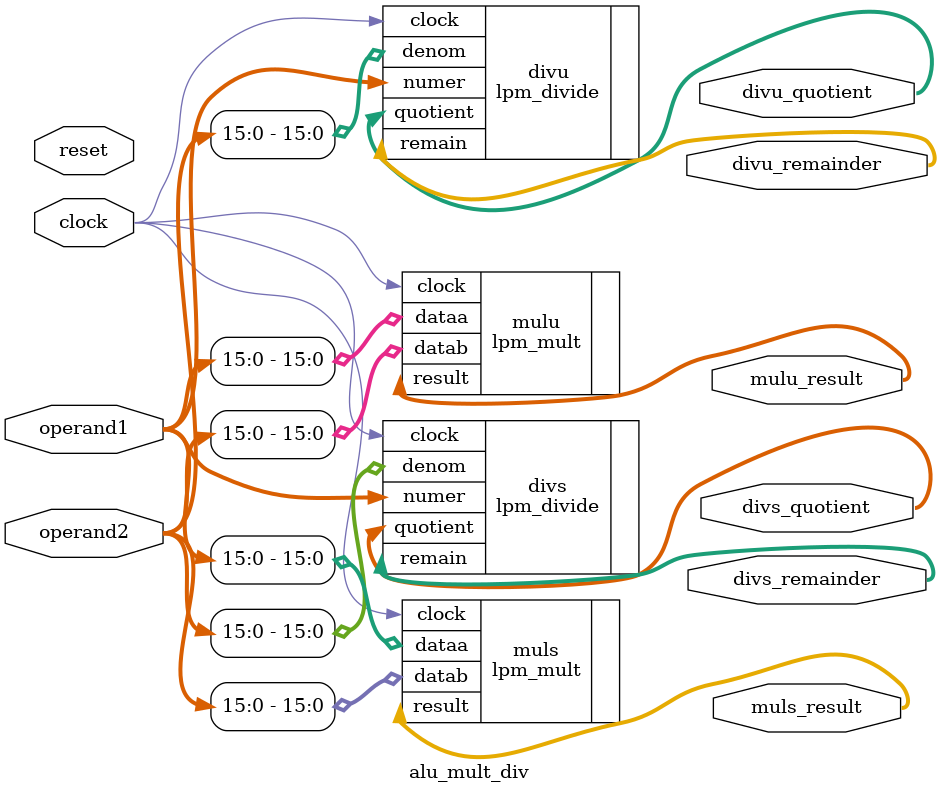
<source format=v>
/* 
 * Copyright 2010, Aleksander Osman, alfik@poczta.fm. All rights reserved.
 *
 * Redistribution and use in source and binary forms, with or without modification, are
 * permitted provided that the following conditions are met:
 *
 *  1. Redistributions of source code must retain the above copyright notice, this list of
 *     conditions and the following disclaimer.
 *
 *  2. Redistributions in binary form must reproduce the above copyright notice, this list
 *     of conditions and the following disclaimer in the documentation and/or other materials
 *     provided with the distribution.
 *
 * THIS SOFTWARE IS PROVIDED BY THE AUTHOR ``AS IS'' AND ANY EXPRESS OR IMPLIED
 * WARRANTIES, INCLUDING, BUT NOT LIMITED TO, THE IMPLIED WARRANTIES OF MERCHANTABILITY AND
 * FITNESS FOR A PARTICULAR PURPOSE ARE DISCLAIMED. IN NO EVENT SHALL THE AUTHOR OR
 * CONTRIBUTORS BE LIABLE FOR ANY DIRECT, INDIRECT, INCIDENTAL, SPECIAL, EXEMPLARY, OR
 * CONSEQUENTIAL DAMAGES (INCLUDING, BUT NOT LIMITED TO, PROCUREMENT OF SUBSTITUTE GOODS OR
 * SERVICES; LOSS OF USE, DATA, OR PROFITS; OR BUSINESS INTERRUPTION) HOWEVER CAUSED AND ON
 * ANY THEORY OF LIABILITY, WHETHER IN CONTRACT, STRICT LIABILITY, OR TORT (INCLUDING
 * NEGLIGENCE OR OTHERWISE) ARISING IN ANY WAY OUT OF THE USE OF THIS SOFTWARE, EVEN IF
 * ADVISED OF THE POSSIBILITY OF SUCH DAMAGE.
 */

/*! \file alu_mult_div.v
 * \brief Altera-specific multiplication and division modules.
 */
 
/*! \brief Multiplication and division modules.
 *
 * Currently this module contains <em>lpm_divide</em> and <em>lpm_mult</em> instantiations
 * from Altera Megafunction/LPM library.
 *
 * There are separate modules for:
 *  - unsigned multiplication,
 *  - signed multiplication,
 *  - unsigned division,
 *  - singed division.
 */
module alu_mult_div(
	input clock,
	input reset,

	input [31:0] operand1,
	input [31:0] operand2,

	output [31:0] divu_quotient,
	output [15:0] divu_remainder,

	output [31:0] divs_quotient,
	output [15:0] divs_remainder,

	output [31:0] mulu_result,
	output [31:0] muls_result
);

// DIVU: 32-bit operand1 unsigned / 16-bit operand2 unsigned = {16-bit remainer unsigned, 16-bit quotient unsigned}
// DIVU: division by 0: trap, 	overflow when quotient > 16-bit signed integer, operands not affected
lpm_divide divu(
	.clock(clock),
	.numer(operand1[31:0]),
	.denom(operand2[15:0]),
	.quotient(divu_quotient),
	.remain(divu_remainder)
);
defparam divu.lpm_widthn = 32;
defparam divu.lpm_widthd = 16;
defparam divu.lpm_nrepresentation = "UNSIGNED";
defparam divu.lpm_drepresentation = "UNSIGNED";
defparam divu.lpm_remainderpositive = "TRUE";
defparam divs.lpm_hint = "LPM_REMAINDERPOSITIVE=TRUE";
defparam divu.lpm_pipeline = 30;

// DIVS: 32-bit operand1 signed / 16-bit operand2 signed = {16-bit remainer signed = sign of dividend, 16-bit quotient signed}
// DIVS: division by 0: trap, 	overflow when quotient > 16-bit signed integer, operands not affected
lpm_divide divs(
	.clock(clock),
	.numer(operand1[31:0]),
	.denom(operand2[15:0]),
	.quotient(divs_quotient),
	.remain(divs_remainder)
);
defparam divs.lpm_widthn = 32;
defparam divs.lpm_widthd = 16;
defparam divs.lpm_nrepresentation = "SIGNED";
defparam divs.lpm_drepresentation = "SIGNED";
defparam divs.lpm_remainderpositive = "FALSE";
defparam divs.lpm_hint = "LPM_REMAINDERPOSITIVE=FALSE";
defparam divs.lpm_pipeline = 30;

// MULU: 16-bit operand1[15:0] unsigned * 16-bit operand2 unsigned = 32-bit result unsigned
lpm_mult mulu(
	.clock(clock),
	.dataa(operand1[15:0]),
	.datab(operand2[15:0]),
	.result(mulu_result)
);
defparam mulu.lpm_widtha = 16;
defparam mulu.lpm_widthb = 16;
defparam mulu.lpm_widthp = 32;
defparam mulu.lpm_representation = "UNSIGNED";
defparam mulu.lpm_pipeline = 18;

// MULS: 16-bit operand1[15:0] signed * 16-bit operand2 signed = 32-bit result signed
lpm_mult muls(
	.clock(clock),
	.dataa(operand1[15:0]),
	.datab(operand2[15:0]),
	.result(muls_result)
);
defparam muls.lpm_widtha = 16;
defparam muls.lpm_widthb = 16;
defparam muls.lpm_widthp = 32;
defparam muls.lpm_representation = "SIGNED";
defparam muls.lpm_pipeline = 18;

endmodule

</source>
